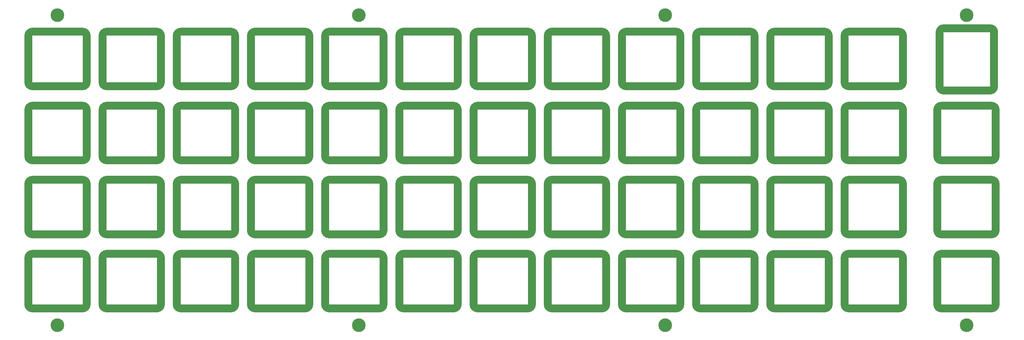
<source format=gbr>
G04 #@! TF.GenerationSoftware,KiCad,Pcbnew,(5.1.4-0)*
G04 #@! TF.CreationDate,2021-10-31T10:27:05-05:00*
G04 #@! TF.ProjectId,top_plate,746f705f-706c-4617-9465-2e6b69636164,rev?*
G04 #@! TF.SameCoordinates,Original*
G04 #@! TF.FileFunction,Soldermask,Top*
G04 #@! TF.FilePolarity,Negative*
%FSLAX46Y46*%
G04 Gerber Fmt 4.6, Leading zero omitted, Abs format (unit mm)*
G04 Created by KiCad (PCBNEW (5.1.4-0)) date 2021-10-31 10:27:05*
%MOMM*%
%LPD*%
G04 APERTURE LIST*
%ADD10C,2.000000*%
%ADD11C,3.500000*%
G04 APERTURE END LIST*
D10*
X396436010Y-57106460D02*
G75*
G02X395436010Y-58106460I-1000000J0D01*
G01*
X383436010Y-58106460D02*
G75*
G02X382436010Y-57106460I0J1000000D01*
G01*
X382436010Y-43106460D02*
G75*
G02X383436010Y-42106460I1000000J0D01*
G01*
X395436010Y-42106460D02*
G75*
G02X396436010Y-43106460I0J-1000000D01*
G01*
X396436010Y-57106460D02*
X396436010Y-43106460D01*
X383436010Y-42106460D02*
X395436010Y-42106460D01*
X382436010Y-43106460D02*
X382436010Y-57106460D01*
X395436010Y-58106460D02*
X383436010Y-58106460D01*
X167522610Y-44006460D02*
X167522610Y-56006460D01*
X181522610Y-43006460D02*
G75*
G02X182522610Y-44006460I0J-1000000D01*
G01*
X182522610Y-44006460D02*
X182522610Y-56006460D01*
X181522610Y-57006460D02*
X168522610Y-57006460D01*
X168522610Y-43006460D02*
X181522610Y-43006460D01*
X182522610Y-56006460D02*
G75*
G02X181522610Y-57006460I-1000000J0D01*
G01*
X167522610Y-44006460D02*
G75*
G02X168522610Y-43006460I1000000J0D01*
G01*
X168522610Y-57006460D02*
G75*
G02X167522610Y-56006460I0J1000000D01*
G01*
X300873362Y-44006460D02*
X300873362Y-56006460D01*
X314873362Y-43006460D02*
G75*
G02X315873362Y-44006460I0J-1000000D01*
G01*
X315873362Y-44006460D02*
X315873362Y-56006460D01*
X314873362Y-57006460D02*
X301873362Y-57006460D01*
X301873362Y-43006460D02*
X314873362Y-43006460D01*
X315873362Y-56006460D02*
G75*
G02X314873362Y-57006460I-1000000J0D01*
G01*
X300873362Y-44006460D02*
G75*
G02X301873362Y-43006460I1000000J0D01*
G01*
X301873362Y-57006460D02*
G75*
G02X300873362Y-56006460I0J1000000D01*
G01*
X381836010Y-101156700D02*
X381836010Y-113156700D01*
X395836010Y-100156700D02*
G75*
G02X396836010Y-101156700I0J-1000000D01*
G01*
X396836010Y-101156700D02*
X396836010Y-113156700D01*
X395836010Y-114156700D02*
X382836010Y-114156700D01*
X382836010Y-100156700D02*
X395836010Y-100156700D01*
X396836010Y-113156700D02*
G75*
G02X395836010Y-114156700I-1000000J0D01*
G01*
X381836010Y-101156700D02*
G75*
G02X382836010Y-100156700I1000000J0D01*
G01*
X382836010Y-114156700D02*
G75*
G02X381836010Y-113156700I0J1000000D01*
G01*
X381835890Y-82106428D02*
X381835890Y-94106428D01*
X395835890Y-81106428D02*
G75*
G02X396835890Y-82106428I0J-1000000D01*
G01*
X396835890Y-82106428D02*
X396835890Y-94106428D01*
X395835890Y-95106428D02*
X382835890Y-95106428D01*
X382835890Y-81106428D02*
X395835890Y-81106428D01*
X396835890Y-94106428D02*
G75*
G02X395835890Y-95106428I-1000000J0D01*
G01*
X381835890Y-82106428D02*
G75*
G02X382835890Y-81106428I1000000J0D01*
G01*
X382835890Y-95106428D02*
G75*
G02X381835890Y-94106428I0J1000000D01*
G01*
X381835890Y-63056444D02*
X381835890Y-75056444D01*
X395835890Y-62056444D02*
G75*
G02X396835890Y-63056444I0J-1000000D01*
G01*
X396835890Y-63056444D02*
X396835890Y-75056444D01*
X395835890Y-76056444D02*
X382835890Y-76056444D01*
X382835890Y-62056444D02*
X395835890Y-62056444D01*
X396835890Y-75056444D02*
G75*
G02X395835890Y-76056444I-1000000J0D01*
G01*
X381835890Y-63056444D02*
G75*
G02X382835890Y-62056444I1000000J0D01*
G01*
X382835890Y-76056444D02*
G75*
G02X381835890Y-75056444I0J1000000D01*
G01*
X358023410Y-101156700D02*
X358023410Y-113156700D01*
X372023410Y-100156700D02*
G75*
G02X373023410Y-101156700I0J-1000000D01*
G01*
X373023410Y-101156700D02*
X373023410Y-113156700D01*
X372023410Y-114156700D02*
X359023410Y-114156700D01*
X359023410Y-100156700D02*
X372023410Y-100156700D01*
X373023410Y-113156700D02*
G75*
G02X372023410Y-114156700I-1000000J0D01*
G01*
X358023410Y-101156700D02*
G75*
G02X359023410Y-100156700I1000000J0D01*
G01*
X359023410Y-114156700D02*
G75*
G02X358023410Y-113156700I0J1000000D01*
G01*
X338973330Y-101160000D02*
X338973330Y-113160000D01*
X352973330Y-100160000D02*
G75*
G02X353973330Y-101160000I0J-1000000D01*
G01*
X353973330Y-101160000D02*
X353973330Y-113160000D01*
X352973330Y-114160000D02*
X339973330Y-114160000D01*
X339973330Y-100160000D02*
X352973330Y-100160000D01*
X353973330Y-113160000D02*
G75*
G02X352973330Y-114160000I-1000000J0D01*
G01*
X338973330Y-101160000D02*
G75*
G02X339973330Y-100160000I1000000J0D01*
G01*
X339973330Y-114160000D02*
G75*
G02X338973330Y-113160000I0J1000000D01*
G01*
X319923250Y-101156700D02*
X319923250Y-113156700D01*
X333923250Y-100156700D02*
G75*
G02X334923250Y-101156700I0J-1000000D01*
G01*
X334923250Y-101156700D02*
X334923250Y-113156700D01*
X333923250Y-114156700D02*
X320923250Y-114156700D01*
X320923250Y-100156700D02*
X333923250Y-100156700D01*
X334923250Y-113156700D02*
G75*
G02X333923250Y-114156700I-1000000J0D01*
G01*
X319923250Y-101156700D02*
G75*
G02X320923250Y-100156700I1000000J0D01*
G01*
X320923250Y-114156700D02*
G75*
G02X319923250Y-113156700I0J1000000D01*
G01*
X300873170Y-101156700D02*
X300873170Y-113156700D01*
X314873170Y-100156700D02*
G75*
G02X315873170Y-101156700I0J-1000000D01*
G01*
X315873170Y-101156700D02*
X315873170Y-113156700D01*
X314873170Y-114156700D02*
X301873170Y-114156700D01*
X301873170Y-100156700D02*
X314873170Y-100156700D01*
X315873170Y-113156700D02*
G75*
G02X314873170Y-114156700I-1000000J0D01*
G01*
X300873170Y-101156700D02*
G75*
G02X301873170Y-100156700I1000000J0D01*
G01*
X301873170Y-114156700D02*
G75*
G02X300873170Y-113156700I0J1000000D01*
G01*
X281823090Y-101156700D02*
X281823090Y-113156700D01*
X295823090Y-100156700D02*
G75*
G02X296823090Y-101156700I0J-1000000D01*
G01*
X296823090Y-101156700D02*
X296823090Y-113156700D01*
X295823090Y-114156700D02*
X282823090Y-114156700D01*
X282823090Y-100156700D02*
X295823090Y-100156700D01*
X296823090Y-113156700D02*
G75*
G02X295823090Y-114156700I-1000000J0D01*
G01*
X281823090Y-101156700D02*
G75*
G02X282823090Y-100156700I1000000J0D01*
G01*
X282823090Y-114156700D02*
G75*
G02X281823090Y-113156700I0J1000000D01*
G01*
X262773010Y-101156700D02*
X262773010Y-113156700D01*
X276773010Y-100156700D02*
G75*
G02X277773010Y-101156700I0J-1000000D01*
G01*
X277773010Y-101156700D02*
X277773010Y-113156700D01*
X276773010Y-114156700D02*
X263773010Y-114156700D01*
X263773010Y-100156700D02*
X276773010Y-100156700D01*
X277773010Y-113156700D02*
G75*
G02X276773010Y-114156700I-1000000J0D01*
G01*
X262773010Y-101156700D02*
G75*
G02X263773010Y-100156700I1000000J0D01*
G01*
X263773010Y-114156700D02*
G75*
G02X262773010Y-113156700I0J1000000D01*
G01*
X243722930Y-101156700D02*
X243722930Y-113156700D01*
X257722930Y-100156700D02*
G75*
G02X258722930Y-101156700I0J-1000000D01*
G01*
X258722930Y-101156700D02*
X258722930Y-113156700D01*
X257722930Y-114156700D02*
X244722930Y-114156700D01*
X244722930Y-100156700D02*
X257722930Y-100156700D01*
X258722930Y-113156700D02*
G75*
G02X257722930Y-114156700I-1000000J0D01*
G01*
X243722930Y-101156700D02*
G75*
G02X244722930Y-100156700I1000000J0D01*
G01*
X244722930Y-114156700D02*
G75*
G02X243722930Y-113156700I0J1000000D01*
G01*
X224672850Y-101156700D02*
X224672850Y-113156700D01*
X238672850Y-100156700D02*
G75*
G02X239672850Y-101156700I0J-1000000D01*
G01*
X239672850Y-101156700D02*
X239672850Y-113156700D01*
X238672850Y-114156700D02*
X225672850Y-114156700D01*
X225672850Y-100156700D02*
X238672850Y-100156700D01*
X239672850Y-113156700D02*
G75*
G02X238672850Y-114156700I-1000000J0D01*
G01*
X224672850Y-101156700D02*
G75*
G02X225672850Y-100156700I1000000J0D01*
G01*
X225672850Y-114156700D02*
G75*
G02X224672850Y-113156700I0J1000000D01*
G01*
X205622770Y-101156700D02*
X205622770Y-113156700D01*
X219622770Y-100156700D02*
G75*
G02X220622770Y-101156700I0J-1000000D01*
G01*
X220622770Y-101156700D02*
X220622770Y-113156700D01*
X219622770Y-114156700D02*
X206622770Y-114156700D01*
X206622770Y-100156700D02*
X219622770Y-100156700D01*
X220622770Y-113156700D02*
G75*
G02X219622770Y-114156700I-1000000J0D01*
G01*
X205622770Y-101156700D02*
G75*
G02X206622770Y-100156700I1000000J0D01*
G01*
X206622770Y-114156700D02*
G75*
G02X205622770Y-113156700I0J1000000D01*
G01*
X186572690Y-101156700D02*
X186572690Y-113156700D01*
X200572690Y-100156700D02*
G75*
G02X201572690Y-101156700I0J-1000000D01*
G01*
X201572690Y-101156700D02*
X201572690Y-113156700D01*
X200572690Y-114156700D02*
X187572690Y-114156700D01*
X187572690Y-100156700D02*
X200572690Y-100156700D01*
X201572690Y-113156700D02*
G75*
G02X200572690Y-114156700I-1000000J0D01*
G01*
X186572690Y-101156700D02*
G75*
G02X187572690Y-100156700I1000000J0D01*
G01*
X187572690Y-114156700D02*
G75*
G02X186572690Y-113156700I0J1000000D01*
G01*
X167522610Y-101156700D02*
X167522610Y-113156700D01*
X181522610Y-100156700D02*
G75*
G02X182522610Y-101156700I0J-1000000D01*
G01*
X182522610Y-101156700D02*
X182522610Y-113156700D01*
X181522610Y-114156700D02*
X168522610Y-114156700D01*
X168522610Y-100156700D02*
X181522610Y-100156700D01*
X182522610Y-113156700D02*
G75*
G02X181522610Y-114156700I-1000000J0D01*
G01*
X167522610Y-101156700D02*
G75*
G02X168522610Y-100156700I1000000J0D01*
G01*
X168522610Y-114156700D02*
G75*
G02X167522610Y-113156700I0J1000000D01*
G01*
X148472530Y-101156700D02*
X148472530Y-113156700D01*
X162472530Y-100156700D02*
G75*
G02X163472530Y-101156700I0J-1000000D01*
G01*
X163472530Y-101156700D02*
X163472530Y-113156700D01*
X162472530Y-114156700D02*
X149472530Y-114156700D01*
X149472530Y-100156700D02*
X162472530Y-100156700D01*
X163472530Y-113156700D02*
G75*
G02X162472530Y-114156700I-1000000J0D01*
G01*
X148472530Y-101156700D02*
G75*
G02X149472530Y-100156700I1000000J0D01*
G01*
X149472530Y-114156700D02*
G75*
G02X148472530Y-113156700I0J1000000D01*
G01*
X358023410Y-82106620D02*
X358023410Y-94106620D01*
X372023410Y-81106620D02*
G75*
G02X373023410Y-82106620I0J-1000000D01*
G01*
X373023410Y-82106620D02*
X373023410Y-94106620D01*
X372023410Y-95106620D02*
X359023410Y-95106620D01*
X359023410Y-81106620D02*
X372023410Y-81106620D01*
X373023410Y-94106620D02*
G75*
G02X372023410Y-95106620I-1000000J0D01*
G01*
X358023410Y-82106620D02*
G75*
G02X359023410Y-81106620I1000000J0D01*
G01*
X359023410Y-95106620D02*
G75*
G02X358023410Y-94106620I0J1000000D01*
G01*
X338973330Y-82106620D02*
X338973330Y-94106620D01*
X352973330Y-81106620D02*
G75*
G02X353973330Y-82106620I0J-1000000D01*
G01*
X353973330Y-82106620D02*
X353973330Y-94106620D01*
X352973330Y-95106620D02*
X339973330Y-95106620D01*
X339973330Y-81106620D02*
X352973330Y-81106620D01*
X353973330Y-94106620D02*
G75*
G02X352973330Y-95106620I-1000000J0D01*
G01*
X338973330Y-82106620D02*
G75*
G02X339973330Y-81106620I1000000J0D01*
G01*
X339973330Y-95106620D02*
G75*
G02X338973330Y-94106620I0J1000000D01*
G01*
X319923250Y-82106620D02*
X319923250Y-94106620D01*
X333923250Y-81106620D02*
G75*
G02X334923250Y-82106620I0J-1000000D01*
G01*
X334923250Y-82106620D02*
X334923250Y-94106620D01*
X333923250Y-95106620D02*
X320923250Y-95106620D01*
X320923250Y-81106620D02*
X333923250Y-81106620D01*
X334923250Y-94106620D02*
G75*
G02X333923250Y-95106620I-1000000J0D01*
G01*
X319923250Y-82106620D02*
G75*
G02X320923250Y-81106620I1000000J0D01*
G01*
X320923250Y-95106620D02*
G75*
G02X319923250Y-94106620I0J1000000D01*
G01*
X300873170Y-82106620D02*
X300873170Y-94106620D01*
X314873170Y-81106620D02*
G75*
G02X315873170Y-82106620I0J-1000000D01*
G01*
X315873170Y-82106620D02*
X315873170Y-94106620D01*
X314873170Y-95106620D02*
X301873170Y-95106620D01*
X301873170Y-81106620D02*
X314873170Y-81106620D01*
X315873170Y-94106620D02*
G75*
G02X314873170Y-95106620I-1000000J0D01*
G01*
X300873170Y-82106620D02*
G75*
G02X301873170Y-81106620I1000000J0D01*
G01*
X301873170Y-95106620D02*
G75*
G02X300873170Y-94106620I0J1000000D01*
G01*
X281823090Y-82106620D02*
X281823090Y-94106620D01*
X295823090Y-81106620D02*
G75*
G02X296823090Y-82106620I0J-1000000D01*
G01*
X296823090Y-82106620D02*
X296823090Y-94106620D01*
X295823090Y-95106620D02*
X282823090Y-95106620D01*
X282823090Y-81106620D02*
X295823090Y-81106620D01*
X296823090Y-94106620D02*
G75*
G02X295823090Y-95106620I-1000000J0D01*
G01*
X281823090Y-82106620D02*
G75*
G02X282823090Y-81106620I1000000J0D01*
G01*
X282823090Y-95106620D02*
G75*
G02X281823090Y-94106620I0J1000000D01*
G01*
X262773010Y-82106620D02*
X262773010Y-94106620D01*
X276773010Y-81106620D02*
G75*
G02X277773010Y-82106620I0J-1000000D01*
G01*
X277773010Y-82106620D02*
X277773010Y-94106620D01*
X276773010Y-95106620D02*
X263773010Y-95106620D01*
X263773010Y-81106620D02*
X276773010Y-81106620D01*
X277773010Y-94106620D02*
G75*
G02X276773010Y-95106620I-1000000J0D01*
G01*
X262773010Y-82106620D02*
G75*
G02X263773010Y-81106620I1000000J0D01*
G01*
X263773010Y-95106620D02*
G75*
G02X262773010Y-94106620I0J1000000D01*
G01*
X243722930Y-82106620D02*
X243722930Y-94106620D01*
X257722930Y-81106620D02*
G75*
G02X258722930Y-82106620I0J-1000000D01*
G01*
X258722930Y-82106620D02*
X258722930Y-94106620D01*
X257722930Y-95106620D02*
X244722930Y-95106620D01*
X244722930Y-81106620D02*
X257722930Y-81106620D01*
X258722930Y-94106620D02*
G75*
G02X257722930Y-95106620I-1000000J0D01*
G01*
X243722930Y-82106620D02*
G75*
G02X244722930Y-81106620I1000000J0D01*
G01*
X244722930Y-95106620D02*
G75*
G02X243722930Y-94106620I0J1000000D01*
G01*
X224672850Y-82106620D02*
X224672850Y-94106620D01*
X238672850Y-81106620D02*
G75*
G02X239672850Y-82106620I0J-1000000D01*
G01*
X239672850Y-82106620D02*
X239672850Y-94106620D01*
X238672850Y-95106620D02*
X225672850Y-95106620D01*
X225672850Y-81106620D02*
X238672850Y-81106620D01*
X239672850Y-94106620D02*
G75*
G02X238672850Y-95106620I-1000000J0D01*
G01*
X224672850Y-82106620D02*
G75*
G02X225672850Y-81106620I1000000J0D01*
G01*
X225672850Y-95106620D02*
G75*
G02X224672850Y-94106620I0J1000000D01*
G01*
X205622770Y-82106620D02*
X205622770Y-94106620D01*
X219622770Y-81106620D02*
G75*
G02X220622770Y-82106620I0J-1000000D01*
G01*
X220622770Y-82106620D02*
X220622770Y-94106620D01*
X219622770Y-95106620D02*
X206622770Y-95106620D01*
X206622770Y-81106620D02*
X219622770Y-81106620D01*
X220622770Y-94106620D02*
G75*
G02X219622770Y-95106620I-1000000J0D01*
G01*
X205622770Y-82106620D02*
G75*
G02X206622770Y-81106620I1000000J0D01*
G01*
X206622770Y-95106620D02*
G75*
G02X205622770Y-94106620I0J1000000D01*
G01*
X186572690Y-82106620D02*
X186572690Y-94106620D01*
X200572690Y-81106620D02*
G75*
G02X201572690Y-82106620I0J-1000000D01*
G01*
X201572690Y-82106620D02*
X201572690Y-94106620D01*
X200572690Y-95106620D02*
X187572690Y-95106620D01*
X187572690Y-81106620D02*
X200572690Y-81106620D01*
X201572690Y-94106620D02*
G75*
G02X200572690Y-95106620I-1000000J0D01*
G01*
X186572690Y-82106620D02*
G75*
G02X187572690Y-81106620I1000000J0D01*
G01*
X187572690Y-95106620D02*
G75*
G02X186572690Y-94106620I0J1000000D01*
G01*
X167522610Y-82106620D02*
X167522610Y-94106620D01*
X181522610Y-81106620D02*
G75*
G02X182522610Y-82106620I0J-1000000D01*
G01*
X182522610Y-82106620D02*
X182522610Y-94106620D01*
X181522610Y-95106620D02*
X168522610Y-95106620D01*
X168522610Y-81106620D02*
X181522610Y-81106620D01*
X182522610Y-94106620D02*
G75*
G02X181522610Y-95106620I-1000000J0D01*
G01*
X167522610Y-82106620D02*
G75*
G02X168522610Y-81106620I1000000J0D01*
G01*
X168522610Y-95106620D02*
G75*
G02X167522610Y-94106620I0J1000000D01*
G01*
X148472530Y-82106620D02*
X148472530Y-94106620D01*
X162472530Y-81106620D02*
G75*
G02X163472530Y-82106620I0J-1000000D01*
G01*
X163472530Y-82106620D02*
X163472530Y-94106620D01*
X162472530Y-95106620D02*
X149472530Y-95106620D01*
X149472530Y-81106620D02*
X162472530Y-81106620D01*
X163472530Y-94106620D02*
G75*
G02X162472530Y-95106620I-1000000J0D01*
G01*
X148472530Y-82106620D02*
G75*
G02X149472530Y-81106620I1000000J0D01*
G01*
X149472530Y-95106620D02*
G75*
G02X148472530Y-94106620I0J1000000D01*
G01*
X358023410Y-63056540D02*
X358023410Y-75056540D01*
X372023410Y-62056540D02*
G75*
G02X373023410Y-63056540I0J-1000000D01*
G01*
X373023410Y-63056540D02*
X373023410Y-75056540D01*
X372023410Y-76056540D02*
X359023410Y-76056540D01*
X359023410Y-62056540D02*
X372023410Y-62056540D01*
X373023410Y-75056540D02*
G75*
G02X372023410Y-76056540I-1000000J0D01*
G01*
X358023410Y-63056540D02*
G75*
G02X359023410Y-62056540I1000000J0D01*
G01*
X359023410Y-76056540D02*
G75*
G02X358023410Y-75056540I0J1000000D01*
G01*
X338973330Y-63056540D02*
X338973330Y-75056540D01*
X352973330Y-62056540D02*
G75*
G02X353973330Y-63056540I0J-1000000D01*
G01*
X353973330Y-63056540D02*
X353973330Y-75056540D01*
X352973330Y-76056540D02*
X339973330Y-76056540D01*
X339973330Y-62056540D02*
X352973330Y-62056540D01*
X353973330Y-75056540D02*
G75*
G02X352973330Y-76056540I-1000000J0D01*
G01*
X338973330Y-63056540D02*
G75*
G02X339973330Y-62056540I1000000J0D01*
G01*
X339973330Y-76056540D02*
G75*
G02X338973330Y-75056540I0J1000000D01*
G01*
X319923250Y-63056540D02*
X319923250Y-75056540D01*
X333923250Y-62056540D02*
G75*
G02X334923250Y-63056540I0J-1000000D01*
G01*
X334923250Y-63056540D02*
X334923250Y-75056540D01*
X333923250Y-76056540D02*
X320923250Y-76056540D01*
X320923250Y-62056540D02*
X333923250Y-62056540D01*
X334923250Y-75056540D02*
G75*
G02X333923250Y-76056540I-1000000J0D01*
G01*
X319923250Y-63056540D02*
G75*
G02X320923250Y-62056540I1000000J0D01*
G01*
X320923250Y-76056540D02*
G75*
G02X319923250Y-75056540I0J1000000D01*
G01*
X300873170Y-63056540D02*
X300873170Y-75056540D01*
X314873170Y-62056540D02*
G75*
G02X315873170Y-63056540I0J-1000000D01*
G01*
X315873170Y-63056540D02*
X315873170Y-75056540D01*
X314873170Y-76056540D02*
X301873170Y-76056540D01*
X301873170Y-62056540D02*
X314873170Y-62056540D01*
X315873170Y-75056540D02*
G75*
G02X314873170Y-76056540I-1000000J0D01*
G01*
X300873170Y-63056540D02*
G75*
G02X301873170Y-62056540I1000000J0D01*
G01*
X301873170Y-76056540D02*
G75*
G02X300873170Y-75056540I0J1000000D01*
G01*
X281823090Y-63056540D02*
X281823090Y-75056540D01*
X295823090Y-62056540D02*
G75*
G02X296823090Y-63056540I0J-1000000D01*
G01*
X296823090Y-63056540D02*
X296823090Y-75056540D01*
X295823090Y-76056540D02*
X282823090Y-76056540D01*
X282823090Y-62056540D02*
X295823090Y-62056540D01*
X296823090Y-75056540D02*
G75*
G02X295823090Y-76056540I-1000000J0D01*
G01*
X281823090Y-63056540D02*
G75*
G02X282823090Y-62056540I1000000J0D01*
G01*
X282823090Y-76056540D02*
G75*
G02X281823090Y-75056540I0J1000000D01*
G01*
X262773010Y-63056540D02*
X262773010Y-75056540D01*
X276773010Y-62056540D02*
G75*
G02X277773010Y-63056540I0J-1000000D01*
G01*
X277773010Y-63056540D02*
X277773010Y-75056540D01*
X276773010Y-76056540D02*
X263773010Y-76056540D01*
X263773010Y-62056540D02*
X276773010Y-62056540D01*
X277773010Y-75056540D02*
G75*
G02X276773010Y-76056540I-1000000J0D01*
G01*
X262773010Y-63056540D02*
G75*
G02X263773010Y-62056540I1000000J0D01*
G01*
X263773010Y-76056540D02*
G75*
G02X262773010Y-75056540I0J1000000D01*
G01*
X243722930Y-63056540D02*
X243722930Y-75056540D01*
X257722930Y-62056540D02*
G75*
G02X258722930Y-63056540I0J-1000000D01*
G01*
X258722930Y-63056540D02*
X258722930Y-75056540D01*
X257722930Y-76056540D02*
X244722930Y-76056540D01*
X244722930Y-62056540D02*
X257722930Y-62056540D01*
X258722930Y-75056540D02*
G75*
G02X257722930Y-76056540I-1000000J0D01*
G01*
X243722930Y-63056540D02*
G75*
G02X244722930Y-62056540I1000000J0D01*
G01*
X244722930Y-76056540D02*
G75*
G02X243722930Y-75056540I0J1000000D01*
G01*
X224672850Y-63056540D02*
X224672850Y-75056540D01*
X238672850Y-62056540D02*
G75*
G02X239672850Y-63056540I0J-1000000D01*
G01*
X239672850Y-63056540D02*
X239672850Y-75056540D01*
X238672850Y-76056540D02*
X225672850Y-76056540D01*
X225672850Y-62056540D02*
X238672850Y-62056540D01*
X239672850Y-75056540D02*
G75*
G02X238672850Y-76056540I-1000000J0D01*
G01*
X224672850Y-63056540D02*
G75*
G02X225672850Y-62056540I1000000J0D01*
G01*
X225672850Y-76056540D02*
G75*
G02X224672850Y-75056540I0J1000000D01*
G01*
X205622770Y-63056540D02*
X205622770Y-75056540D01*
X219622770Y-62056540D02*
G75*
G02X220622770Y-63056540I0J-1000000D01*
G01*
X220622770Y-63056540D02*
X220622770Y-75056540D01*
X219622770Y-76056540D02*
X206622770Y-76056540D01*
X206622770Y-62056540D02*
X219622770Y-62056540D01*
X220622770Y-75056540D02*
G75*
G02X219622770Y-76056540I-1000000J0D01*
G01*
X205622770Y-63056540D02*
G75*
G02X206622770Y-62056540I1000000J0D01*
G01*
X206622770Y-76056540D02*
G75*
G02X205622770Y-75056540I0J1000000D01*
G01*
X186572690Y-63056540D02*
X186572690Y-75056540D01*
X200572690Y-62056540D02*
G75*
G02X201572690Y-63056540I0J-1000000D01*
G01*
X201572690Y-63056540D02*
X201572690Y-75056540D01*
X200572690Y-76056540D02*
X187572690Y-76056540D01*
X187572690Y-62056540D02*
X200572690Y-62056540D01*
X201572690Y-75056540D02*
G75*
G02X200572690Y-76056540I-1000000J0D01*
G01*
X186572690Y-63056540D02*
G75*
G02X187572690Y-62056540I1000000J0D01*
G01*
X187572690Y-76056540D02*
G75*
G02X186572690Y-75056540I0J1000000D01*
G01*
X167522610Y-63056540D02*
X167522610Y-75056540D01*
X181522610Y-62056540D02*
G75*
G02X182522610Y-63056540I0J-1000000D01*
G01*
X182522610Y-63056540D02*
X182522610Y-75056540D01*
X181522610Y-76056540D02*
X168522610Y-76056540D01*
X168522610Y-62056540D02*
X181522610Y-62056540D01*
X182522610Y-75056540D02*
G75*
G02X181522610Y-76056540I-1000000J0D01*
G01*
X167522610Y-63056540D02*
G75*
G02X168522610Y-62056540I1000000J0D01*
G01*
X168522610Y-76056540D02*
G75*
G02X167522610Y-75056540I0J1000000D01*
G01*
X148472530Y-63056540D02*
X148472530Y-75056540D01*
X162472530Y-62056540D02*
G75*
G02X163472530Y-63056540I0J-1000000D01*
G01*
X163472530Y-63056540D02*
X163472530Y-75056540D01*
X162472530Y-76056540D02*
X149472530Y-76056540D01*
X149472530Y-62056540D02*
X162472530Y-62056540D01*
X163472530Y-75056540D02*
G75*
G02X162472530Y-76056540I-1000000J0D01*
G01*
X148472530Y-63056540D02*
G75*
G02X149472530Y-62056540I1000000J0D01*
G01*
X149472530Y-76056540D02*
G75*
G02X148472530Y-75056540I0J1000000D01*
G01*
X358023410Y-44006460D02*
X358023410Y-56006460D01*
X372023410Y-43006460D02*
G75*
G02X373023410Y-44006460I0J-1000000D01*
G01*
X373023410Y-44006460D02*
X373023410Y-56006460D01*
X372023410Y-57006460D02*
X359023410Y-57006460D01*
X359023410Y-43006460D02*
X372023410Y-43006460D01*
X373023410Y-56006460D02*
G75*
G02X372023410Y-57006460I-1000000J0D01*
G01*
X358023410Y-44006460D02*
G75*
G02X359023410Y-43006460I1000000J0D01*
G01*
X359023410Y-57006460D02*
G75*
G02X358023410Y-56006460I0J1000000D01*
G01*
X338973330Y-44006460D02*
X338973330Y-56006460D01*
X352973330Y-43006460D02*
G75*
G02X353973330Y-44006460I0J-1000000D01*
G01*
X353973330Y-44006460D02*
X353973330Y-56006460D01*
X352973330Y-57006460D02*
X339973330Y-57006460D01*
X339973330Y-43006460D02*
X352973330Y-43006460D01*
X353973330Y-56006460D02*
G75*
G02X352973330Y-57006460I-1000000J0D01*
G01*
X338973330Y-44006460D02*
G75*
G02X339973330Y-43006460I1000000J0D01*
G01*
X339973330Y-57006460D02*
G75*
G02X338973330Y-56006460I0J1000000D01*
G01*
X319923250Y-44006460D02*
X319923250Y-56006460D01*
X333923250Y-43006460D02*
G75*
G02X334923250Y-44006460I0J-1000000D01*
G01*
X334923250Y-44006460D02*
X334923250Y-56006460D01*
X333923250Y-57006460D02*
X320923250Y-57006460D01*
X320923250Y-43006460D02*
X333923250Y-43006460D01*
X334923250Y-56006460D02*
G75*
G02X333923250Y-57006460I-1000000J0D01*
G01*
X319923250Y-44006460D02*
G75*
G02X320923250Y-43006460I1000000J0D01*
G01*
X320923250Y-57006460D02*
G75*
G02X319923250Y-56006460I0J1000000D01*
G01*
X281823346Y-44006460D02*
X281823346Y-56006460D01*
X295823346Y-43006460D02*
G75*
G02X296823346Y-44006460I0J-1000000D01*
G01*
X296823346Y-44006460D02*
X296823346Y-56006460D01*
X295823346Y-57006460D02*
X282823346Y-57006460D01*
X282823346Y-43006460D02*
X295823346Y-43006460D01*
X296823346Y-56006460D02*
G75*
G02X295823346Y-57006460I-1000000J0D01*
G01*
X281823346Y-44006460D02*
G75*
G02X282823346Y-43006460I1000000J0D01*
G01*
X282823346Y-57006460D02*
G75*
G02X281823346Y-56006460I0J1000000D01*
G01*
X262773330Y-44006460D02*
X262773330Y-56006460D01*
X276773330Y-43006460D02*
G75*
G02X277773330Y-44006460I0J-1000000D01*
G01*
X277773330Y-44006460D02*
X277773330Y-56006460D01*
X276773330Y-57006460D02*
X263773330Y-57006460D01*
X263773330Y-43006460D02*
X276773330Y-43006460D01*
X277773330Y-56006460D02*
G75*
G02X276773330Y-57006460I-1000000J0D01*
G01*
X262773330Y-44006460D02*
G75*
G02X263773330Y-43006460I1000000J0D01*
G01*
X263773330Y-57006460D02*
G75*
G02X262773330Y-56006460I0J1000000D01*
G01*
X243723314Y-44006460D02*
X243723314Y-56006460D01*
X257723314Y-43006460D02*
G75*
G02X258723314Y-44006460I0J-1000000D01*
G01*
X258723314Y-44006460D02*
X258723314Y-56006460D01*
X257723314Y-57006460D02*
X244723314Y-57006460D01*
X244723314Y-43006460D02*
X257723314Y-43006460D01*
X258723314Y-56006460D02*
G75*
G02X257723314Y-57006460I-1000000J0D01*
G01*
X243723314Y-44006460D02*
G75*
G02X244723314Y-43006460I1000000J0D01*
G01*
X244723314Y-57006460D02*
G75*
G02X243723314Y-56006460I0J1000000D01*
G01*
X224672850Y-44006460D02*
X224672850Y-56006460D01*
X238672850Y-43006460D02*
G75*
G02X239672850Y-44006460I0J-1000000D01*
G01*
X239672850Y-44006460D02*
X239672850Y-56006460D01*
X238672850Y-57006460D02*
X225672850Y-57006460D01*
X225672850Y-43006460D02*
X238672850Y-43006460D01*
X239672850Y-56006460D02*
G75*
G02X238672850Y-57006460I-1000000J0D01*
G01*
X224672850Y-44006460D02*
G75*
G02X225672850Y-43006460I1000000J0D01*
G01*
X225672850Y-57006460D02*
G75*
G02X224672850Y-56006460I0J1000000D01*
G01*
X205622770Y-44006460D02*
X205622770Y-56006460D01*
X219622770Y-43006460D02*
G75*
G02X220622770Y-44006460I0J-1000000D01*
G01*
X220622770Y-44006460D02*
X220622770Y-56006460D01*
X219622770Y-57006460D02*
X206622770Y-57006460D01*
X206622770Y-43006460D02*
X219622770Y-43006460D01*
X220622770Y-56006460D02*
G75*
G02X219622770Y-57006460I-1000000J0D01*
G01*
X205622770Y-44006460D02*
G75*
G02X206622770Y-43006460I1000000J0D01*
G01*
X206622770Y-57006460D02*
G75*
G02X205622770Y-56006460I0J1000000D01*
G01*
X186572690Y-44006460D02*
X186572690Y-56006460D01*
X200572690Y-43006460D02*
G75*
G02X201572690Y-44006460I0J-1000000D01*
G01*
X201572690Y-44006460D02*
X201572690Y-56006460D01*
X200572690Y-57006460D02*
X187572690Y-57006460D01*
X187572690Y-43006460D02*
X200572690Y-43006460D01*
X201572690Y-56006460D02*
G75*
G02X200572690Y-57006460I-1000000J0D01*
G01*
X186572690Y-44006460D02*
G75*
G02X187572690Y-43006460I1000000J0D01*
G01*
X187572690Y-57006460D02*
G75*
G02X186572690Y-56006460I0J1000000D01*
G01*
X148472530Y-44006460D02*
X148472530Y-56006460D01*
X162472530Y-43006460D02*
G75*
G02X163472530Y-44006460I0J-1000000D01*
G01*
X163472530Y-44006460D02*
X163472530Y-56006460D01*
X162472530Y-57006460D02*
X149472530Y-57006460D01*
X149472530Y-43006460D02*
X162472530Y-43006460D01*
X163472530Y-56006460D02*
G75*
G02X162472530Y-57006460I-1000000J0D01*
G01*
X148472530Y-44006460D02*
G75*
G02X149472530Y-43006460I1000000J0D01*
G01*
X149472530Y-57006460D02*
G75*
G02X148472530Y-56006460I0J1000000D01*
G01*
D11*
X389335890Y-118467340D03*
X155973586Y-38695532D03*
X155973586Y-118467340D03*
X233364146Y-38695532D03*
X233364146Y-118454889D03*
X311945330Y-38695532D03*
X311945330Y-118467340D03*
X389335890Y-38695532D03*
M02*

</source>
